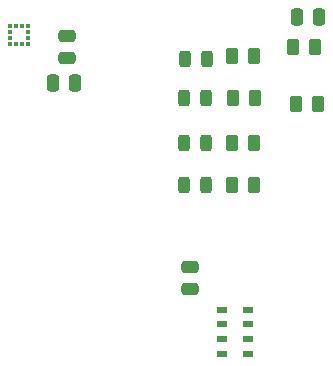
<source format=gbr>
%TF.GenerationSoftware,KiCad,Pcbnew,(6.0.7-1)-1*%
%TF.CreationDate,2023-01-25T16:43:34-06:00*%
%TF.ProjectId,BLACKBOX,424c4143-4b42-44f5-982e-6b696361645f,rev?*%
%TF.SameCoordinates,Original*%
%TF.FileFunction,Paste,Top*%
%TF.FilePolarity,Positive*%
%FSLAX46Y46*%
G04 Gerber Fmt 4.6, Leading zero omitted, Abs format (unit mm)*
G04 Created by KiCad (PCBNEW (6.0.7-1)-1) date 2023-01-25 16:43:34*
%MOMM*%
%LPD*%
G01*
G04 APERTURE LIST*
G04 Aperture macros list*
%AMRoundRect*
0 Rectangle with rounded corners*
0 $1 Rounding radius*
0 $2 $3 $4 $5 $6 $7 $8 $9 X,Y pos of 4 corners*
0 Add a 4 corners polygon primitive as box body*
4,1,4,$2,$3,$4,$5,$6,$7,$8,$9,$2,$3,0*
0 Add four circle primitives for the rounded corners*
1,1,$1+$1,$2,$3*
1,1,$1+$1,$4,$5*
1,1,$1+$1,$6,$7*
1,1,$1+$1,$8,$9*
0 Add four rect primitives between the rounded corners*
20,1,$1+$1,$2,$3,$4,$5,0*
20,1,$1+$1,$4,$5,$6,$7,0*
20,1,$1+$1,$6,$7,$8,$9,0*
20,1,$1+$1,$8,$9,$2,$3,0*%
G04 Aperture macros list end*
%ADD10RoundRect,0.250000X0.262500X0.450000X-0.262500X0.450000X-0.262500X-0.450000X0.262500X-0.450000X0*%
%ADD11RoundRect,0.250000X-0.262500X-0.450000X0.262500X-0.450000X0.262500X0.450000X-0.262500X0.450000X0*%
%ADD12RoundRect,0.243750X0.243750X0.456250X-0.243750X0.456250X-0.243750X-0.456250X0.243750X-0.456250X0*%
%ADD13R,0.950000X0.550000*%
%ADD14RoundRect,0.250000X0.475000X-0.250000X0.475000X0.250000X-0.475000X0.250000X-0.475000X-0.250000X0*%
%ADD15RoundRect,0.250000X-0.250000X-0.475000X0.250000X-0.475000X0.250000X0.475000X-0.250000X0.475000X0*%
%ADD16R,0.375000X0.350000*%
%ADD17R,0.350000X0.375000*%
G04 APERTURE END LIST*
D10*
%TO.C,R1*%
X126134500Y-61976000D03*
X124309500Y-61976000D03*
%TD*%
D11*
%TO.C,R5*%
X119229500Y-66294000D03*
X121054500Y-66294000D03*
%TD*%
D12*
%TO.C,D2*%
X116912000Y-70104000D03*
X115037000Y-70104000D03*
%TD*%
%TO.C,D1*%
X116912000Y-73660000D03*
X115037000Y-73660000D03*
%TD*%
D11*
%TO.C,R6*%
X119126000Y-62738000D03*
X120951000Y-62738000D03*
%TD*%
%TO.C,R2*%
X124563500Y-66802000D03*
X126388500Y-66802000D03*
%TD*%
D12*
%TO.C,D4*%
X117015500Y-62992000D03*
X115140500Y-62992000D03*
%TD*%
D11*
%TO.C,R3*%
X119126000Y-73660000D03*
X120951000Y-73660000D03*
%TD*%
D12*
%TO.C,D3*%
X116912000Y-66294000D03*
X115037000Y-66294000D03*
%TD*%
D13*
%TO.C,U3*%
X118305000Y-84231000D03*
X118305000Y-85481000D03*
X118305000Y-86731000D03*
X118305000Y-87981000D03*
X120455000Y-87981000D03*
X120455000Y-86731000D03*
X120455000Y-85481000D03*
X120455000Y-84231000D03*
%TD*%
D14*
%TO.C,C4*%
X115570000Y-82484000D03*
X115570000Y-80584000D03*
%TD*%
%TO.C,C2*%
X105156000Y-62926000D03*
X105156000Y-61026000D03*
%TD*%
D11*
%TO.C,R4*%
X119126000Y-70104000D03*
X120951000Y-70104000D03*
%TD*%
D15*
%TO.C,C1*%
X124592000Y-59436000D03*
X126492000Y-59436000D03*
%TD*%
D16*
%TO.C,U2*%
X100329500Y-60210000D03*
X100329500Y-60710000D03*
X100329500Y-61210000D03*
X100329500Y-61710000D03*
D17*
X100842000Y-61722500D03*
X101342000Y-61722500D03*
D16*
X101854500Y-61710000D03*
X101854500Y-61210000D03*
X101854500Y-60710000D03*
X101854500Y-60210000D03*
D17*
X101342000Y-60197500D03*
X100842000Y-60197500D03*
%TD*%
D15*
%TO.C,C3*%
X103952000Y-65024000D03*
X105852000Y-65024000D03*
%TD*%
M02*

</source>
